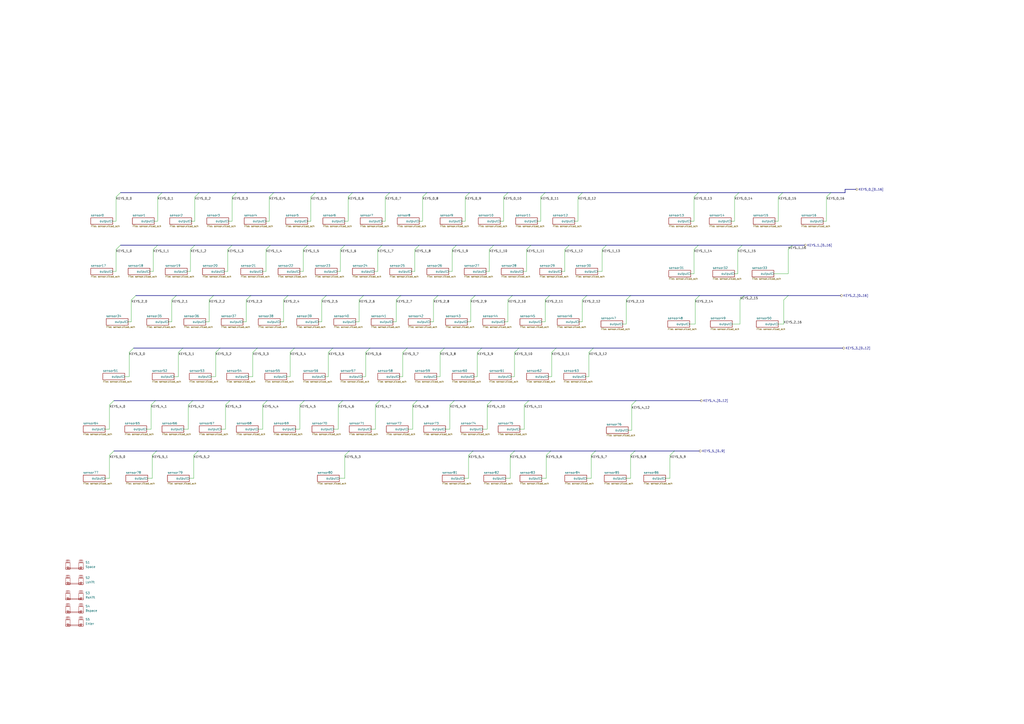
<source format=kicad_sch>
(kicad_sch (version 20231120) (generator "eeschema") (generator_version "8.0")
  (paper "A2")
  (lib_symbols
    (symbol "PCM_marbastlib-mx:MX_stab" (pin_names (offset 1.016))
      (property "Reference" "S" (at -5.08 6.35 0))
      (property "Value" "MX_stab" (at -5.08 3.81 0))
      (symbol "MX_stab_0_1"
        (rectangle (start -5.08 -1.524) (end -2.54 -2.54))
        (rectangle (start -5.08 1.27) (end -2.54 -2.54))
        (rectangle (start -4.826 2.794) (end -2.794 1.27))
        (rectangle (start -4.064 -2.286) (end -3.556 -1.016))
        (rectangle (start -4.064 -1.778) (end 4.064 -2.286))
        (rectangle (start -4.064 1.27) (end -3.556 2.794))
        (rectangle (start 2.54 -1.524) (end 5.08 -2.54))
        (rectangle (start 2.54 1.27) (end 5.08 -2.54))
        (rectangle (start 2.794 2.794) (end 4.826 1.27))
        (rectangle (start 3.556 1.27) (end 4.064 2.794))
        (rectangle (start 4.064 -2.286) (end 3.556 -1.016))
      )
    )
  )
  (bus_entry (at 91.44 114.3) (size 2.54 -2.54))
  (bus_entry (at 76.2 173.99) (size 2.54 -2.54))
  (bus_entry (at 239.395 234.95) (size 2.54 -2.54))
  (bus_entry (at 223.52 114.3) (size 2.54 -2.54))
  (bus_entry (at 273.05 173.99) (size 2.54 -2.54))
  (bus_entry (at 125.095 204.47) (size 2.54 -2.54))
  (bus_entry (at 146.685 204.47) (size 2.54 -2.54))
  (bus_entry (at 88.9 144.78) (size 2.54 -2.54))
  (bus_entry (at 402.59 144.78) (size 2.54 -2.54))
  (bus_entry (at 426.085 114.3) (size 2.54 -2.54))
  (bus_entry (at 103.505 204.47) (size 2.54 -2.54))
  (bus_entry (at 112.395 264.16) (size 2.54 -2.54))
  (bus_entry (at 282.575 234.95) (size 2.54 -2.54))
  (bus_entry (at 132.08 144.78) (size 2.54 -2.54))
  (bus_entry (at 292.1 114.3) (size 2.54 -2.54))
  (bus_entry (at 196.215 234.95) (size 2.54 -2.54))
  (bus_entry (at 67.31 144.78) (size 2.54 -2.54))
  (bus_entry (at 229.87 173.99) (size 2.54 -2.54))
  (bus_entry (at 152.4 234.95) (size 2.54 -2.54))
  (bus_entry (at 66.04 232.41) (size -2.54 2.54))
  (bus_entry (at 283.845 144.78) (size 2.54 -2.54))
  (bus_entry (at 99.695 173.99) (size 2.54 -2.54))
  (bus_entry (at 110.49 144.78) (size 2.54 -2.54))
  (bus_entry (at 130.81 234.95) (size 2.54 -2.54))
  (bus_entry (at 240.665 144.78) (size 2.54 -2.54))
  (bus_entry (at 335.28 114.3) (size 2.54 -2.54))
  (bus_entry (at 316.865 264.16) (size 2.54 -2.54))
  (bus_entry (at 451.485 114.3) (size 2.54 -2.54))
  (bus_entry (at 113.03 114.3) (size 2.54 -2.54))
  (bus_entry (at 74.93 204.47) (size 2.54 -2.54))
  (bus_entry (at 217.805 234.95) (size 2.54 -2.54))
  (bus_entry (at 457.2 171.45) (size -2.54 2.54))
  (bus_entry (at 363.22 173.99) (size 2.54 -2.54))
  (bus_entry (at 427.99 144.78) (size 2.54 -2.54))
  (bus_entry (at 304.165 234.95) (size 2.54 -2.54))
  (bus_entry (at 313.69 114.3) (size 2.54 -2.54))
  (bus_entry (at 479.425 114.3) (size 2.54 -2.54))
  (bus_entry (at 295.91 264.16) (size 2.54 -2.54))
  (bus_entry (at 260.985 234.95) (size 2.54 -2.54))
  (bus_entry (at 168.275 204.47) (size 2.54 -2.54))
  (bus_entry (at 349.25 144.78) (size 2.54 -2.54))
  (bus_entry (at 366.395 234.95) (size 2.54 -2.54))
  (bus_entry (at 327.66 144.78) (size 2.54 -2.54))
  (bus_entry (at 197.485 144.78) (size 2.54 -2.54))
  (bus_entry (at 251.46 173.99) (size 2.54 -2.54))
  (bus_entry (at 365.76 264.16) (size 2.54 -2.54))
  (bus_entry (at 320.04 204.47) (size 2.54 -2.54))
  (bus_entry (at 164.465 173.99) (size 2.54 -2.54))
  (bus_entry (at 180.34 114.3) (size 2.54 -2.54))
  (bus_entry (at 316.23 173.99) (size 2.54 -2.54))
  (bus_entry (at 402.59 114.3) (size 2.54 -2.54))
  (bus_entry (at 200.025 264.16) (size 2.54 -2.54))
  (bus_entry (at 342.9 264.16) (size 2.54 -2.54))
  (bus_entry (at 142.875 173.99) (size 2.54 -2.54))
  (bus_entry (at 156.21 114.3) (size 2.54 -2.54))
  (bus_entry (at 63.5 264.16) (size 2.54 -2.54))
  (bus_entry (at 88.265 264.16) (size 2.54 -2.54))
  (bus_entry (at 431.8 171.45) (size -2.54 2.54))
  (bus_entry (at 337.82 173.99) (size 2.54 -2.54))
  (bus_entry (at 208.28 173.99) (size 2.54 -2.54))
  (bus_entry (at 403.225 173.99) (size 2.54 -2.54))
  (bus_entry (at 201.93 114.3) (size 2.54 -2.54))
  (bus_entry (at 212.09 204.47) (size 2.54 -2.54))
  (bus_entry (at 67.31 114.3) (size 2.54 -2.54))
  (bus_entry (at 154.305 144.78) (size 2.54 -2.54))
  (bus_entry (at 255.27 204.47) (size 2.54 -2.54))
  (bus_entry (at 245.11 114.3) (size 2.54 -2.54))
  (bus_entry (at 294.64 173.99) (size 2.54 -2.54))
  (bus_entry (at 109.22 234.95) (size 2.54 -2.54))
  (bus_entry (at 298.45 204.47) (size 2.54 -2.54))
  (bus_entry (at 233.68 204.47) (size 2.54 -2.54))
  (bus_entry (at 175.895 144.78) (size 2.54 -2.54))
  (bus_entry (at 341.63 204.47) (size 2.54 -2.54))
  (bus_entry (at 269.875 114.3) (size 2.54 -2.54))
  (bus_entry (at 121.285 173.99) (size 2.54 -2.54))
  (bus_entry (at 276.86 204.47) (size 2.54 -2.54))
  (bus_entry (at 388.62 264.16) (size 2.54 -2.54))
  (bus_entry (at 87.63 234.95) (size 2.54 -2.54))
  (bus_entry (at 219.075 144.78) (size 2.54 -2.54))
  (bus_entry (at 305.435 144.78) (size 2.54 -2.54))
  (bus_entry (at 173.99 234.95) (size 2.54 -2.54))
  (bus_entry (at 134.62 114.3) (size 2.54 -2.54))
  (bus_entry (at 262.255 144.78) (size 2.54 -2.54))
  (bus_entry (at 190.5 204.47) (size 2.54 -2.54))
  (bus_entry (at 186.69 173.99) (size 2.54 -2.54))
  (bus_entry (at 271.78 264.16) (size 2.54 -2.54))
  (wire (pts (xy 125.095 218.44) (xy 125.095 204.47)))
  (wire (pts (xy 245.11 114.3) (xy 245.11 128.27)))
  (wire (pts (xy 132.715 128.27) (xy 134.62 128.27)))
  (wire (pts (xy 316.865 277.495) (xy 316.865 264.16)))
  (bus (pts (xy 391.16 261.62) (xy 368.3 261.62)))
  (bus (pts (xy 149.225 201.93) (xy 170.815 201.93)))
  (wire (pts (xy 426.085 158.75) (xy 427.99 158.75)))
  (wire (pts (xy 130.81 234.95) (xy 130.81 248.92)))
  (bus (pts (xy 241.935 232.41) (xy 263.525 232.41)))
  (wire (pts (xy 427.99 158.75) (xy 427.99 144.78)))
  (bus (pts (xy 210.82 171.45) (xy 232.41 171.45)))
  (bus (pts (xy 345.44 261.62) (xy 319.405 261.62)))
  (bus (pts (xy 319.405 261.62) (xy 298.45 261.62)))
  (wire (pts (xy 63.5 234.95) (xy 63.5 248.92)))
  (wire (pts (xy 229.87 186.69) (xy 229.87 173.99)))
  (bus (pts (xy 490.22 109.855) (xy 496.57 109.855)))
  (wire (pts (xy 108.585 157.48) (xy 110.49 157.48)))
  (bus (pts (xy 405.13 111.76) (xy 428.625 111.76)))
  (wire (pts (xy 112.395 277.495) (xy 112.395 264.16)))
  (bus (pts (xy 340.36 171.45) (xy 365.76 171.45)))
  (wire (pts (xy 426.085 114.3) (xy 426.085 128.27)))
  (wire (pts (xy 295.91 277.495) (xy 295.91 264.16)))
  (wire (pts (xy 99.695 186.69) (xy 99.695 173.99)))
  (bus (pts (xy 264.795 142.24) (xy 286.385 142.24)))
  (wire (pts (xy 119.38 186.69) (xy 121.285 186.69)))
  (bus (pts (xy 137.16 111.76) (xy 158.75 111.76)))
  (bus (pts (xy 405.13 142.24) (xy 430.53 142.24)))
  (bus (pts (xy 294.64 111.76) (xy 316.23 111.76)))
  (wire (pts (xy 240.665 157.48) (xy 240.665 144.78)))
  (wire (pts (xy 168.275 204.47) (xy 168.275 218.44)))
  (wire (pts (xy 262.255 144.78) (xy 262.255 157.48)))
  (wire (pts (xy 65.405 128.27) (xy 67.31 128.27)))
  (wire (pts (xy 221.615 128.27) (xy 223.52 128.27)))
  (bus (pts (xy 102.235 171.45) (xy 123.825 171.45)))
  (wire (pts (xy 236.855 248.92) (xy 239.395 248.92)))
  (bus (pts (xy 193.04 201.93) (xy 214.63 201.93)))
  (wire (pts (xy 318.135 218.44) (xy 320.04 218.44)))
  (wire (pts (xy 67.31 157.48) (xy 67.31 144.78)))
  (wire (pts (xy 400.05 187.96) (xy 403.225 187.96)))
  (bus (pts (xy 247.65 111.76) (xy 272.415 111.76)))
  (bus (pts (xy 297.18 171.45) (xy 318.77 171.45)))
  (bus (pts (xy 127.635 201.93) (xy 149.225 201.93)))
  (wire (pts (xy 196.215 234.95) (xy 196.215 248.92)))
  (wire (pts (xy 316.23 186.69) (xy 316.23 173.99)))
  (bus (pts (xy 279.4 201.93) (xy 300.99 201.93)))
  (wire (pts (xy 251.46 173.99) (xy 251.46 186.69)))
  (wire (pts (xy 219.075 157.48) (xy 219.075 144.78)))
  (bus (pts (xy 69.85 142.24) (xy 91.44 142.24)))
  (wire (pts (xy 363.22 277.495) (xy 365.76 277.495)))
  (wire (pts (xy 88.9 157.48) (xy 88.9 144.78)))
  (wire (pts (xy 128.27 248.92) (xy 130.81 248.92)))
  (wire (pts (xy 281.94 157.48) (xy 283.845 157.48)))
  (wire (pts (xy 327.66 144.78) (xy 327.66 157.48)))
  (wire (pts (xy 298.45 204.47) (xy 298.45 218.44)))
  (wire (pts (xy 200.025 128.27) (xy 201.93 128.27)))
  (bus (pts (xy 106.045 201.93) (xy 127.635 201.93)))
  (wire (pts (xy 449.58 128.27) (xy 451.485 128.27)))
  (bus (pts (xy 490.22 109.855) (xy 490.22 111.76)))
  (bus (pts (xy 78.74 171.45) (xy 102.235 171.45)))
  (wire (pts (xy 363.22 187.96) (xy 363.22 173.99)))
  (bus (pts (xy 272.415 111.76) (xy 294.64 111.76)))
  (bus (pts (xy 91.44 142.24) (xy 113.03 142.24)))
  (wire (pts (xy 142.875 186.69) (xy 142.875 173.99)))
  (wire (pts (xy 303.53 157.48) (xy 305.435 157.48)))
  (bus (pts (xy 306.705 232.41) (xy 368.935 232.41)))
  (wire (pts (xy 184.785 186.69) (xy 186.69 186.69)))
  (wire (pts (xy 253.365 218.44) (xy 255.27 218.44)))
  (bus (pts (xy 90.805 261.62) (xy 66.04 261.62)))
  (bus (pts (xy 316.23 111.76) (xy 337.82 111.76)))
  (wire (pts (xy 121.285 186.69) (xy 121.285 173.99)))
  (wire (pts (xy 113.03 114.3) (xy 113.03 128.27)))
  (wire (pts (xy 67.31 128.27) (xy 67.31 114.3)))
  (wire (pts (xy 200.025 277.495) (xy 200.025 264.16)))
  (wire (pts (xy 454.66 187.96) (xy 451.485 187.96)))
  (wire (pts (xy 152.4 234.95) (xy 152.4 248.92)))
  (wire (pts (xy 162.56 186.69) (xy 164.465 186.69)))
  (wire (pts (xy 271.145 186.69) (xy 273.05 186.69)))
  (bus (pts (xy 232.41 171.45) (xy 254 171.45)))
  (wire (pts (xy 365.76 264.16) (xy 365.76 277.495)))
  (wire (pts (xy 292.1 114.3) (xy 292.1 128.27)))
  (bus (pts (xy 481.965 111.76) (xy 454.025 111.76)))
  (bus (pts (xy 176.53 232.41) (xy 198.755 232.41)))
  (wire (pts (xy 402.59 114.3) (xy 402.59 128.27)))
  (wire (pts (xy 201.93 114.3) (xy 201.93 128.27)))
  (bus (pts (xy 430.53 142.24) (xy 466.725 142.24)))
  (wire (pts (xy 227.965 186.69) (xy 229.87 186.69)))
  (wire (pts (xy 173.99 157.48) (xy 175.895 157.48)))
  (wire (pts (xy 269.24 277.495) (xy 271.78 277.495)))
  (wire (pts (xy 361.315 187.96) (xy 363.22 187.96)))
  (wire (pts (xy 239.395 234.95) (xy 239.395 248.92)))
  (wire (pts (xy 457.2 144.78) (xy 457.2 158.75)))
  (bus (pts (xy 178.435 142.24) (xy 200.025 142.24)))
  (bus (pts (xy 365.76 171.45) (xy 405.765 171.45)))
  (wire (pts (xy 109.855 277.495) (xy 112.395 277.495)))
  (wire (pts (xy 186.69 186.69) (xy 186.69 173.99)))
  (wire (pts (xy 342.9 264.16) (xy 342.9 277.495)))
  (bus (pts (xy 115.57 111.76) (xy 137.16 111.76)))
  (wire (pts (xy 76.2 186.69) (xy 76.2 173.99)))
  (bus (pts (xy 405.765 171.45) (xy 431.8 171.45)))
  (bus (pts (xy 133.35 232.41) (xy 154.94 232.41)))
  (bus (pts (xy 90.17 232.41) (xy 111.76 232.41)))
  (wire (pts (xy 180.34 114.3) (xy 180.34 128.27)))
  (wire (pts (xy 311.785 128.27) (xy 313.69 128.27)))
  (bus (pts (xy 200.025 142.24) (xy 221.615 142.24)))
  (wire (pts (xy 88.265 277.495) (xy 88.265 264.16)))
  (bus (pts (xy 236.22 201.93) (xy 257.81 201.93)))
  (bus (pts (xy 111.76 232.41) (xy 133.35 232.41)))
  (wire (pts (xy 196.85 277.495) (xy 200.025 277.495)))
  (bus (pts (xy 318.77 171.45) (xy 340.36 171.45)))
  (wire (pts (xy 457.2 144.78) (xy 459.74 142.24)))
  (bus (pts (xy 170.815 201.93) (xy 193.04 201.93)))
  (bus (pts (xy 274.32 261.62) (xy 202.565 261.62)))
  (wire (pts (xy 364.49 249.555) (xy 366.395 249.555)))
  (wire (pts (xy 171.45 248.92) (xy 173.99 248.92)))
  (wire (pts (xy 86.995 157.48) (xy 88.9 157.48)))
  (wire (pts (xy 97.79 186.69) (xy 99.695 186.69)))
  (wire (pts (xy 149.86 248.92) (xy 152.4 248.92)))
  (wire (pts (xy 346.71 157.48) (xy 349.25 157.48)))
  (wire (pts (xy 74.295 186.69) (xy 76.2 186.69)))
  (wire (pts (xy 87.63 234.95) (xy 87.63 248.92)))
  (wire (pts (xy 72.39 218.44) (xy 74.93 218.44)))
  (wire (pts (xy 130.175 157.48) (xy 132.08 157.48)))
  (wire (pts (xy 65.405 157.48) (xy 67.31 157.48)))
  (bus (pts (xy 405.765 261.62) (xy 391.16 261.62)))
  (wire (pts (xy 233.68 204.47) (xy 233.68 218.44)))
  (wire (pts (xy 388.62 277.495) (xy 388.62 264.16)))
  (wire (pts (xy 260.35 157.48) (xy 262.255 157.48)))
  (bus (pts (xy 243.205 142.24) (xy 264.795 142.24)))
  (wire (pts (xy 212.09 218.44) (xy 212.09 204.47)))
  (bus (pts (xy 298.45 261.62) (xy 274.32 261.62)))
  (wire (pts (xy 451.485 114.3) (xy 451.485 128.27)))
  (bus (pts (xy 431.8 171.45) (xy 457.2 171.45)))
  (bus (pts (xy 93.98 111.76) (xy 115.57 111.76)))
  (wire (pts (xy 424.18 128.27) (xy 426.085 128.27)))
  (bus (pts (xy 202.565 261.62) (xy 114.935 261.62)))
  (wire (pts (xy 238.76 157.48) (xy 240.665 157.48)))
  (bus (pts (xy 337.82 111.76) (xy 405.13 111.76)))
  (bus (pts (xy 254 171.45) (xy 275.59 171.45)))
  (wire (pts (xy 280.035 248.92) (xy 282.575 248.92)))
  (bus (pts (xy 145.415 171.45) (xy 167.005 171.45)))
  (wire (pts (xy 271.78 277.495) (xy 271.78 264.16)))
  (wire (pts (xy 402.59 158.75) (xy 402.59 144.78)))
  (bus (pts (xy 154.94 232.41) (xy 176.53 232.41)))
  (wire (pts (xy 217.17 157.48) (xy 219.075 157.48)))
  (wire (pts (xy 100.965 218.44) (xy 103.505 218.44)))
  (wire (pts (xy 85.725 277.495) (xy 88.265 277.495)))
  (wire (pts (xy 206.375 186.69) (xy 208.28 186.69)))
  (bus (pts (xy 167.005 171.45) (xy 189.23 171.45)))
  (wire (pts (xy 210.185 218.44) (xy 212.09 218.44)))
  (wire (pts (xy 333.375 128.27) (xy 335.28 128.27)))
  (wire (pts (xy 249.555 186.69) (xy 251.46 186.69)))
  (bus (pts (xy 226.06 111.76) (xy 247.65 111.76)))
  (wire (pts (xy 190.5 218.44) (xy 190.5 204.47)))
  (wire (pts (xy 164.465 186.69) (xy 164.465 173.99)))
  (wire (pts (xy 274.955 218.44) (xy 276.86 218.44)))
  (wire (pts (xy 152.4 157.48) (xy 154.305 157.48)))
  (wire (pts (xy 255.27 204.47) (xy 255.27 218.44)))
  (wire (pts (xy 282.575 248.92) (xy 282.575 234.95)))
  (bus (pts (xy 158.75 111.76) (xy 182.88 111.76)))
  (wire (pts (xy 267.97 128.27) (xy 269.875 128.27)))
  (bus (pts (xy 368.935 232.41) (xy 406.4 232.41)))
  (wire (pts (xy 477.52 128.27) (xy 479.425 128.27)))
  (bus (pts (xy 189.23 171.45) (xy 210.82 171.45)))
  (wire (pts (xy 258.445 248.92) (xy 260.985 248.92)))
  (wire (pts (xy 243.205 128.27) (xy 245.11 128.27)))
  (wire (pts (xy 341.63 204.47) (xy 341.63 218.44)))
  (wire (pts (xy 448.945 158.75) (xy 457.2 158.75)))
  (wire (pts (xy 335.915 186.69) (xy 337.82 186.69)))
  (wire (pts (xy 111.125 128.27) (xy 113.03 128.27)))
  (wire (pts (xy 156.21 114.3) (xy 156.21 128.27)))
  (wire (pts (xy 208.28 186.69) (xy 208.28 173.99)))
  (bus (pts (xy 368.3 261.62) (xy 345.44 261.62)))
  (wire (pts (xy 320.04 218.44) (xy 320.04 204.47)))
  (bus (pts (xy 300.99 201.93) (xy 322.58 201.93)))
  (wire (pts (xy 314.325 186.69) (xy 316.23 186.69)))
  (wire (pts (xy 340.36 277.495) (xy 342.9 277.495)))
  (wire (pts (xy 178.435 128.27) (xy 180.34 128.27)))
  (wire (pts (xy 195.58 157.48) (xy 197.485 157.48)))
  (wire (pts (xy 292.735 186.69) (xy 294.64 186.69)))
  (bus (pts (xy 204.47 111.76) (xy 226.06 111.76)))
  (bus (pts (xy 77.47 201.93) (xy 106.045 201.93)))
  (bus (pts (xy 182.88 111.76) (xy 204.47 111.76)))
  (bus (pts (xy 156.845 142.24) (xy 178.435 142.24)))
  (wire (pts (xy 217.805 234.95) (xy 217.805 248.92)))
  (bus (pts (xy 198.755 232.41) (xy 220.345 232.41)))
  (wire (pts (xy 386.08 277.495) (xy 388.62 277.495)))
  (bus (pts (xy 221.615 142.24) (xy 243.205 142.24)))
  (wire (pts (xy 314.325 277.495) (xy 316.865 277.495)))
  (wire (pts (xy 60.96 277.495) (xy 63.5 277.495)))
  (wire (pts (xy 335.28 114.3) (xy 335.28 128.27)))
  (bus (pts (xy 490.22 111.76) (xy 481.965 111.76)))
  (wire (pts (xy 74.93 204.47) (xy 74.93 218.44)))
  (bus (pts (xy 275.59 171.45) (xy 297.18 171.45)))
  (wire (pts (xy 366.395 249.555) (xy 366.395 234.95)))
  (bus (pts (xy 330.2 142.24) (xy 351.79 142.24)))
  (bus (pts (xy 123.825 171.45) (xy 145.415 171.45)))
  (bus (pts (xy 351.79 142.24) (xy 405.13 142.24)))
  (bus (pts (xy 113.03 142.24) (xy 134.62 142.24)))
  (bus (pts (xy 344.17 201.93) (xy 488.95 201.93)))
  (wire (pts (xy 304.165 234.95) (xy 304.165 248.92)))
  (wire (pts (xy 89.535 128.27) (xy 91.44 128.27)))
  (wire (pts (xy 110.49 144.78) (xy 110.49 157.48)))
  (wire (pts (xy 429.26 187.96) (xy 424.815 187.96)))
  (wire (pts (xy 134.62 114.3) (xy 134.62 128.27)))
  (wire (pts (xy 325.755 157.48) (xy 327.66 157.48)))
  (bus (pts (xy 257.81 201.93) (xy 279.4 201.93)))
  (wire (pts (xy 400.685 128.27) (xy 402.59 128.27)))
  (wire (pts (xy 122.555 218.44) (xy 125.095 218.44)))
  (wire (pts (xy 276.86 218.44) (xy 276.86 204.47)))
  (bus (pts (xy 263.525 232.41) (xy 285.115 232.41)))
  (bus (pts (xy 220.345 232.41) (xy 241.935 232.41)))
  (wire (pts (xy 223.52 114.3) (xy 223.52 128.27)))
  (wire (pts (xy 146.685 204.47) (xy 146.685 218.44)))
  (wire (pts (xy 193.675 248.92) (xy 196.215 248.92)))
  (wire (pts (xy 85.09 248.92) (xy 87.63 248.92)))
  (bus (pts (xy 286.385 142.24) (xy 307.975 142.24)))
  (wire (pts (xy 403.225 173.99) (xy 403.225 187.96)))
  (bus (pts (xy 285.115 232.41) (xy 306.705 232.41)))
  (wire (pts (xy 349.25 144.78) (xy 349.25 157.48)))
  (bus (pts (xy 134.62 142.24) (xy 156.845 142.24)))
  (wire (pts (xy 154.305 128.27) (xy 156.21 128.27)))
  (wire (pts (xy 109.22 234.95) (xy 109.22 248.92)))
  (wire (pts (xy 215.265 248.92) (xy 217.805 248.92)))
  (bus (pts (xy 69.85 111.76) (xy 93.98 111.76)))
  (wire (pts (xy 479.425 114.3) (xy 479.425 128.27)))
  (wire (pts (xy 91.44 114.3) (xy 91.44 128.27)))
  (wire (pts (xy 429.26 173.99) (xy 429.26 187.96)))
  (wire (pts (xy 231.775 218.44) (xy 233.68 218.44)))
  (wire (pts (xy 305.435 144.78) (xy 305.435 157.48)))
  (wire (pts (xy 140.97 186.69) (xy 142.875 186.69)))
  (wire (pts (xy 132.08 157.48) (xy 132.08 144.78)))
  (wire (pts (xy 400.685 158.75) (xy 402.59 158.75)))
  (wire (pts (xy 339.725 218.44) (xy 341.63 218.44)))
  (wire (pts (xy 283.845 144.78) (xy 283.845 157.48)))
  (wire (pts (xy 144.145 218.44) (xy 146.685 218.44)))
  (wire (pts (xy 154.305 157.48) (xy 154.305 144.78)))
  (bus (pts (xy 114.935 261.62) (xy 90.805 261.62)))
  (wire (pts (xy 454.66 173.99) (xy 454.66 187.96)))
  (wire (pts (xy 63.5 277.495) (xy 63.5 264.16)))
  (wire (pts (xy 173.99 234.95) (xy 173.99 248.92)))
  (bus (pts (xy 214.63 201.93) (xy 236.22 201.93)))
  (wire (pts (xy 166.37 218.44) (xy 168.275 218.44)))
  (wire (pts (xy 269.875 114.3) (xy 269.875 128.27)))
  (wire (pts (xy 313.69 114.3) (xy 313.69 128.27)))
  (wire (pts (xy 60.96 248.92) (xy 63.5 248.92)))
  (wire (pts (xy 296.545 218.44) (xy 298.45 218.44)))
  (wire (pts (xy 260.985 234.95) (xy 260.985 248.92)))
  (bus (pts (xy 322.58 201.93) (xy 344.17 201.93)))
  (wire (pts (xy 103.505 218.44) (xy 103.505 204.47)))
  (bus (pts (xy 454.025 111.76) (xy 428.625 111.76)))
  (wire (pts (xy 301.625 248.92) (xy 304.165 248.92)))
  (wire (pts (xy 197.485 157.48) (xy 197.485 144.78)))
  (bus (pts (xy 66.04 232.41) (xy 90.17 232.41)))
  (wire (pts (xy 290.195 128.27) (xy 292.1 128.27)))
  (wire (pts (xy 337.82 186.69) (xy 337.82 173.99)))
  (wire (pts (xy 106.68 248.92) (xy 109.22 248.92)))
  (wire (pts (xy 175.895 157.48) (xy 175.895 144.78)))
  (bus (pts (xy 307.975 142.24) (xy 330.2 142.24)))
  (wire (pts (xy 294.64 186.69) (xy 294.64 173.99)))
  (wire (pts (xy 188.595 218.44) (xy 190.5 218.44)))
  (bus (pts (xy 457.2 171.45) (xy 487.68 171.45)))
  (wire (pts (xy 293.37 277.495) (xy 295.91 277.495)))
  (wire (pts (xy 273.05 186.69) (xy 273.05 173.99)))
  (label "KEYS_4_7" (at 217.805 236.855 0))
  (label "KEYS_3_2" (at 125.095 206.375 0))
  (label "KEYS_5_1" (at 88.265 266.065 0))
  (label "KEYS_2_15" (at 429.26 173.99 0))
  (label "KEYS_0_0" (at 67.31 116.205 0))
  (label "KEYS_0_5" (at 180.34 116.205 0))
  (label "KEYS_0_6" (at 201.93 116.205 0))
  (label "KEYS_3_0" (at 74.93 206.375 0))
  (label "KEYS_1_0" (at 67.31 146.685 0))
  (label "KEYS_3_8" (at 255.27 206.375 0))
  (label "KEYS_0_14" (at 426.085 116.205 0))
  (label "KEYS_5_5" (at 295.91 266.065 0))
  (label "KEYS_4_1" (at 87.63 236.855 0))
  (label "KEYS_5_9" (at 388.62 266.065 0))
  (label "KEYS_4_6" (at 196.215 236.855 0))
  (label "KEYS_1_15" (at 427.99 146.685 0))
  (label "KEYS_2_4" (at 164.465 175.895 0))
  (label "KEYS_1_12" (at 327.66 146.685 0))
  (label "KEYS_5_8" (at 365.76 266.065 0))
  (label "KEYS_3_11" (at 320.04 206.375 0))
  (label "KEYS_1_13" (at 349.25 146.685 0))
  (label "KEYS_0_15" (at 451.485 116.205 0))
  (label "KEYS_0_11" (at 313.69 116.205 0))
  (label "KEYS_2_10" (at 294.64 175.895 0))
  (label "KEYS_5_2" (at 112.395 266.065 0))
  (label "KEYS_3_1" (at 103.505 206.375 0))
  (label "KEYS_3_10" (at 298.45 206.375 0))
  (label "KEYS_4_11" (at 304.165 236.855 0))
  (label "KEYS_0_2" (at 113.03 116.205 0))
  (label "KEYS_1_16" (at 457.2 144.78 0))
  (label "KEYS_1_11" (at 305.435 146.685 0))
  (label "KEYS_2_6" (at 208.28 175.895 0))
  (label "KEYS_1_14" (at 402.59 146.685 0))
  (label "KEYS_3_7" (at 233.68 206.375 0))
  (label "KEYS_1_2" (at 110.49 146.685 0))
  (label "KEYS_5_3" (at 200.025 266.065 0))
  (label "KEYS_1_3" (at 132.08 146.685 0))
  (label "KEYS_1_9" (at 262.255 146.685 0))
  (label "KEYS_3_12" (at 341.63 206.375 0))
  (label "KEYS_0_9" (at 269.875 116.205 0))
  (label "KEYS_3_9" (at 276.86 206.375 0))
  (label "KEYS_0_4" (at 156.21 116.205 0))
  (label "KEYS_2_8" (at 251.46 175.895 0))
  (label "KEYS_1_1" (at 88.9 146.685 0))
  (label "KEYS_2_3" (at 142.875 175.895 0))
  (label "KEYS_0_16" (at 479.425 116.205 0))
  (label "KEYS_2_9" (at 273.05 175.895 0))
  (label "KEYS_2_0" (at 76.2 175.895 0))
  (label "KEYS_0_13" (at 402.59 116.205 0))
  (label "KEYS_4_4" (at 152.4 236.855 0))
  (label "KEYS_1_5" (at 175.895 146.685 0))
  (label "KEYS_0_7" (at 223.52 116.205 0))
  (label "KEYS_1_10" (at 283.845 146.685 0))
  (label "KEYS_3_6" (at 212.09 206.375 0))
  (label "KEYS_4_2" (at 109.22 236.855 0))
  (label "KEYS_5_7" (at 342.9 266.065 0))
  (label "KEYS_0_1" (at 91.44 116.205 0))
  (label "KEYS_4_5" (at 173.99 236.855 0))
  (label "KEYS_4_12" (at 366.395 237.49 0))
  (label "KEYS_4_8" (at 239.395 236.855 0))
  (label "KEYS_1_4" (at 154.305 146.685 0))
  (label "KEYS_1_6" (at 197.485 146.685 0))
  (label "KEYS_2_14" (at 403.225 175.895 0))
  (label "KEYS_4_0" (at 63.5 236.855 0))
  (label "KEYS_2_7" (at 229.87 175.895 0))
  (label "KEYS_2_1" (at 99.695 175.895 0))
  (label "KEYS_0_3" (at 134.62 116.205 0))
  (label "KEYS_0_8" (at 245.11 116.205 0))
  (label "KEYS_0_12" (at 335.28 116.205 0))
  (label "KEYS_1_7" (at 219.075 146.685 0))
  (label "KEYS_5_0" (at 63.5 266.065 0))
  (label "KEYS_3_5" (at 190.5 206.375 0))
  (label "KEYS_3_4" (at 168.275 206.375 0))
  (label "KEYS_4_9" (at 260.985 236.855 0))
  (label "KEYS_5_6" (at 316.865 266.065 0))
  (label "KEYS_0_10" (at 292.1 116.205 0))
  (label "KEYS_4_10" (at 282.575 236.855 0))
  (label "KEYS_2_12" (at 337.82 175.895 0))
  (label "KEYS_5_4" (at 271.78 266.065 0))
  (label "KEYS_2_11" (at 316.23 175.895 0))
  (label "KEYS_2_16" (at 454.66 187.96 0))
  (label "KEYS_1_8" (at 240.665 146.685 0))
  (label "KEYS_2_2" (at 121.285 175.895 0))
  (label "KEYS_2_5" (at 186.69 175.895 0))
  (label "KEYS_4_3" (at 130.81 236.855 0))
  (label "KEYS_3_3" (at 146.685 206.375 0))
  (label "KEYS_2_13" (at 363.22 175.895 0))
  (hierarchical_label "KEYS_0_[0..16]" (shape output) (at 496.57 109.855 0))
  (hierarchical_label "KEYS_5_[0..9]" (shape output) (at 405.765 261.62 0))
  (hierarchical_label "KEYS_2_[0..16]" (shape output) (at 487.68 171.45 0))
  (hierarchical_label "KEYS_1_[0..16]" (shape output) (at 466.725 142.24 0))
  (hierarchical_label "KEYS_3_[0..12]" (shape output) (at 488.95 201.93 0))
  (hierarchical_label "KEYS_4_[0..12]" (shape output) (at 406.4 232.41 0))
  (symbol (lib_id "PCM_marbastlib-mx:MX_stab") (at 43.18 353.06 0) (unit 1)
    (property "Reference" "S4" (at 49.53 351.6629 0) (effects (justify left)))
    (property "Value" "Bspace" (at 49.53 354.2029 0) (effects (justify left)))
    (property "Footprint" "PCM_marbastlib-mx:STAB_MX_2.25u" (effects (hide yes)))
    (property "Description" "Cherry MX-style stabilizer" (effects (hide yes)))
  )
  (symbol (lib_id "PCM_marbastlib-mx:MX_stab") (at 43.18 336.55 0) (unit 1)
    (property "Reference" "S2" (at 49.53 335.1529 0) (effects (justify left)))
    (property "Value" "Lshift" (at 49.53 337.6929 0) (effects (justify left)))
    (property "Footprint" "PCM_marbastlib-mx:STAB_MX_2.25u" (effects (hide yes)))
    (property "Description" "Cherry MX-style stabilizer" (effects (hide yes)))
  )
  (symbol (lib_id "PCM_marbastlib-mx:MX_stab") (at 43.18 345.44 0) (unit 1)
    (property "Reference" "S3" (at 49.53 344.0429 0) (effects (justify left)))
    (property "Value" "Rshift" (at 49.53 346.5829 0) (effects (justify left)))
    (property "Footprint" "PCM_marbastlib-mx:STAB_MX_2.75u" (effects (hide yes)))
    (property "Description" "Cherry MX-style stabilizer" (effects (hide yes)))
  )
  (symbol (lib_id "PCM_marbastlib-mx:MX_stab") (at 43.18 360.68 0) (unit 1)
    (property "Reference" "S5" (at 49.53 359.2829 0) (effects (justify left)))
    (property "Value" "Enter" (at 49.53 361.8229 0) (effects (justify left)))
    (property "Footprint" "PCM_marbastlib-mx:STAB_MX_2.25u" (effects (hide yes)))
    (property "Description" "Cherry MX-style stabilizer" (effects (hide yes)))
  )
  (symbol (lib_id "PCM_marbastlib-mx:MX_stab") (at 43.18 327.66 0) (unit 1)
    (property "Reference" "S1" (at 49.53 326.2629 0) (effects (justify left)))
    (property "Value" "Space" (at 49.53 328.8029 0) (effects (justify left)))
    (property "Footprint" "PCM_marbastlib-mx:STAB_MX_7u" (effects (hide yes)))
    (property "Description" "Cherry MX-style stabilizer" (effects (hide yes)))
  )
  (sheet (at 193.675 184.785) (size 12.7 3.81) (stroke (width 0.1524))
    (property "Sheetname" "sensor40" (at 193.675 184.0734 0) (effects (justify left bottom)))
    (property "Sheetfile" "sensor.kicad_sch" (at 193.675 189.0716 0) (effects (font (size 1 1)) (justify left top)))
    (pin "output" output (at 206.375 186.69 0))
  )
  (sheet (at 351.79 247.65) (size 12.7 3.81) (stroke (width 0.1524))
    (property "Sheetname" "sensor76" (at 351.79 246.9384 0) (effects (justify left bottom)))
    (property "Sheetfile" "sensor.kicad_sch" (at 351.79 251.9366 0) (effects (font (size 1 1)) (justify left top)))
    (pin "output" output (at 364.49 249.555 0))
  )
  (sheet (at 109.855 216.535) (size 12.7 3.81) (stroke (width 0.1524))
    (property "Sheetname" "sensor53" (at 109.855 215.8234 0) (effects (justify left bottom)))
    (property "Sheetfile" "sensor.kicad_sch" (at 109.855 220.8216 0) (effects (font (size 1 1)) (justify left top)))
    (pin "output" output (at 122.555 218.44 0))
  )
  (sheet (at 208.915 126.365) (size 12.7 3.81) (stroke (width 0.1524))
    (property "Sheetname" "sensor7" (at 208.915 125.6534 0) (effects (justify left bottom)))
    (property "Sheetfile" "sensor.kicad_sch" (at 208.915 130.6516 0) (effects (font (size 1 1)) (justify left top)))
    (pin "output" output (at 221.615 128.27 0))
  )
  (sheet (at 74.295 155.575) (size 12.7 3.81) (stroke (width 0.1524))
    (property "Sheetname" "sensor18" (at 74.295 154.8634 0) (effects (justify left bottom)))
    (property "Sheetfile" "sensor.kicad_sch" (at 74.295 159.8616 0) (effects (font (size 1 1)) (justify left top)))
    (pin "output" output (at 86.995 157.48 0))
  )
  (sheet (at 327.66 275.59) (size 12.7 3.81) (stroke (width 0.1524))
    (property "Sheetname" "sensor84" (at 327.66 274.8784 0) (effects (justify left bottom)))
    (property "Sheetfile" "sensor.kicad_sch" (at 327.66 279.8766 0) (effects (font (size 1 1)) (justify left top)))
    (pin "output" output (at 340.36 277.495 0))
  )
  (sheet (at 327.025 216.535) (size 12.7 3.81) (stroke (width 0.1524))
    (property "Sheetname" "sensor63" (at 327.025 215.8234 0) (effects (justify left bottom)))
    (property "Sheetfile" "sensor.kicad_sch" (at 327.025 220.8216 0) (effects (font (size 1 1)) (justify left top)))
    (pin "output" output (at 339.725 218.44 0))
  )
  (sheet (at 387.985 126.365) (size 12.7 3.81) (stroke (width 0.1524))
    (property "Sheetname" "sensor13" (at 387.985 125.6534 0) (effects (justify left bottom)))
    (property "Sheetfile" "sensor.kicad_sch" (at 387.985 130.6516 0) (effects (font (size 1 1)) (justify left top)))
    (pin "output" output (at 400.685 128.27 0))
  )
  (sheet (at 277.495 126.365) (size 12.7 3.81) (stroke (width 0.1524))
    (property "Sheetname" "sensor10" (at 277.495 125.6534 0) (effects (justify left bottom)))
    (property "Sheetfile" "sensor.kicad_sch" (at 277.495 130.6516 0) (effects (font (size 1 1)) (justify left top)))
    (pin "output" output (at 290.195 128.27 0))
  )
  (sheet (at 202.565 247.015) (size 12.7 3.81) (stroke (width 0.1524))
    (property "Sheetname" "sensor71" (at 202.565 246.3034 0) (effects (justify left bottom)))
    (property "Sheetfile" "sensor.kicad_sch" (at 202.565 251.3016 0) (effects (font (size 1 1)) (justify left top)))
    (pin "output" output (at 215.265 248.92 0))
  )
  (sheet (at 48.26 247.015) (size 12.7 3.81) (stroke (width 0.1524))
    (property "Sheetname" "sensor64" (at 48.26 246.3034 0) (effects (justify left bottom)))
    (property "Sheetfile" "sensor.kicad_sch" (at 48.26 251.3016 0) (effects (font (size 1 1)) (justify left top)))
    (pin "output" output (at 60.96 248.92 0))
  )
  (sheet (at 72.39 247.015) (size 12.7 3.81) (stroke (width 0.1524))
    (property "Sheetname" "sensor65" (at 72.39 246.3034 0) (effects (justify left bottom)))
    (property "Sheetfile" "sensor.kicad_sch" (at 72.39 251.3016 0) (effects (font (size 1 1)) (justify left top)))
    (pin "output" output (at 85.09 248.92 0))
  )
  (sheet (at 224.155 247.015) (size 12.7 3.81) (stroke (width 0.1524))
    (property "Sheetname" "sensor72" (at 224.155 246.3034 0) (effects (justify left bottom)))
    (property "Sheetfile" "sensor.kicad_sch" (at 224.155 251.3016 0) (effects (font (size 1 1)) (justify left top)))
    (pin "output" output (at 236.855 248.92 0))
  )
  (sheet (at 141.605 126.365) (size 12.7 3.81) (stroke (width 0.1524))
    (property "Sheetname" "sensor4" (at 141.605 125.6534 0) (effects (justify left bottom)))
    (property "Sheetfile" "sensor.kicad_sch" (at 141.605 130.6516 0) (effects (font (size 1 1)) (justify left top)))
    (pin "output" output (at 154.305 128.27 0))
  )
  (sheet (at 413.385 156.845) (size 12.7 3.81) (stroke (width 0.1524))
    (property "Sheetname" "sensor32" (at 413.385 156.1334 0) (effects (justify left bottom)))
    (property "Sheetfile" "sensor.kicad_sch" (at 413.385 161.1316 0) (effects (font (size 1 1)) (justify left top)))
    (pin "output" output (at 426.085 158.75 0))
  )
  (sheet (at 348.615 186.055) (size 12.7 3.81) (stroke (width 0.1524))
    (property "Sheetname" "sensor47" (at 348.615 185.3434 0) (effects (justify left bottom)))
    (property "Sheetfile" "sensor.kicad_sch" (at 348.615 190.3416 0) (effects (font (size 1 1)) (justify left top)))
    (pin "output" output (at 361.315 187.96 0))
  )
  (sheet (at 288.925 247.015) (size 12.7 3.81) (stroke (width 0.1524))
    (property "Sheetname" "sensor75" (at 288.925 246.3034 0) (effects (justify left bottom)))
    (property "Sheetfile" "sensor.kicad_sch" (at 288.925 251.3016 0) (effects (font (size 1 1)) (justify left top)))
    (pin "output" output (at 301.625 248.92 0))
  )
  (sheet (at 215.265 184.785) (size 12.7 3.81) (stroke (width 0.1524))
    (property "Sheetname" "sensor41" (at 215.265 184.0734 0) (effects (justify left bottom)))
    (property "Sheetfile" "sensor.kicad_sch" (at 215.265 189.0716 0) (effects (font (size 1 1)) (justify left top)))
    (pin "output" output (at 227.965 186.69 0))
  )
  (sheet (at 269.24 155.575) (size 12.7 3.81) (stroke (width 0.1524))
    (property "Sheetname" "sensor27" (at 269.24 154.8634 0) (effects (justify left bottom)))
    (property "Sheetfile" "sensor.kicad_sch" (at 269.24 159.8616 0) (effects (font (size 1 1)) (justify left top)))
    (pin "output" output (at 281.94 157.48 0))
  )
  (sheet (at 61.595 184.785) (size 12.7 3.81) (stroke (width 0.1524))
    (property "Sheetname" "sensor34" (at 61.595 184.0734 0) (effects (justify left bottom)))
    (property "Sheetfile" "sensor.kicad_sch" (at 61.595 189.0716 0) (effects (font (size 1 1)) (justify left top)))
    (pin "output" output (at 74.295 186.69 0))
  )
  (sheet (at 256.54 275.59) (size 12.7 3.81) (stroke (width 0.1524))
    (property "Sheetname" "sensor81" (at 256.54 274.8784 0) (effects (justify left bottom)))
    (property "Sheetfile" "sensor.kicad_sch" (at 256.54 279.8766 0) (effects (font (size 1 1)) (justify left top)))
    (pin "output" output (at 269.24 277.495 0))
  )
  (sheet (at 280.67 275.59) (size 12.7 3.81) (stroke (width 0.1524))
    (property "Sheetname" "sensor82" (at 280.67 274.8784 0) (effects (justify left bottom)))
    (property "Sheetfile" "sensor.kicad_sch" (at 280.67 279.8766 0) (effects (font (size 1 1)) (justify left top)))
    (pin "output" output (at 293.37 277.495 0))
  )
  (sheet (at 149.86 184.785) (size 12.7 3.81) (stroke (width 0.1524))
    (property "Sheetname" "sensor38" (at 149.86 184.0734 0) (effects (justify left bottom)))
    (property "Sheetfile" "sensor.kicad_sch" (at 149.86 189.0716 0) (effects (font (size 1 1)) (justify left top)))
    (pin "output" output (at 162.56 186.69 0))
  )
  (sheet (at 137.16 247.015) (size 12.7 3.81) (stroke (width 0.1524))
    (property "Sheetname" "sensor68" (at 137.16 246.3034 0) (effects (justify left bottom)))
    (property "Sheetfile" "sensor.kicad_sch" (at 137.16 251.3016 0) (effects (font (size 1 1)) (justify left top)))
    (pin "output" output (at 149.86 248.92 0))
  )
  (sheet (at 240.665 216.535) (size 12.7 3.81) (stroke (width 0.1524))
    (property "Sheetname" "sensor59" (at 240.665 215.8234 0) (effects (justify left bottom)))
    (property "Sheetfile" "sensor.kicad_sch" (at 240.665 220.8216 0) (effects (font (size 1 1)) (justify left top)))
    (pin "output" output (at 253.365 218.44 0))
  )
  (sheet (at 48.26 275.59) (size 12.7 3.81) (stroke (width 0.1524))
    (property "Sheetname" "sensor77" (at 48.26 274.8784 0) (effects (justify left bottom)))
    (property "Sheetfile" "sensor.kicad_sch" (at 48.26 279.8766 0) (effects (font (size 1 1)) (justify left top)))
    (pin "output" output (at 60.96 277.495 0))
  )
  (sheet (at 85.09 184.785) (size 12.7 3.81) (stroke (width 0.1524))
    (property "Sheetname" "sensor35" (at 85.09 184.0734 0) (effects (justify left bottom)))
    (property "Sheetfile" "sensor.kicad_sch" (at 85.09 189.0716 0) (effects (font (size 1 1)) (justify left top)))
    (pin "output" output (at 97.79 186.69 0))
  )
  (sheet (at 387.35 186.055) (size 12.7 3.81) (stroke (width 0.1524))
    (property "Sheetname" "sensor48" (at 387.35 185.3434 0) (effects (justify left bottom)))
    (property "Sheetfile" "sensor.kicad_sch" (at 387.35 190.3416 0) (effects (font (size 1 1)) (justify left top)))
    (pin "output" output (at 400.05 187.96 0))
  )
  (sheet (at 290.83 155.575) (size 12.7 3.81) (stroke (width 0.1524))
    (property "Sheetname" "sensor28" (at 290.83 154.8634 0) (effects (justify left bottom)))
    (property "Sheetfile" "sensor.kicad_sch" (at 290.83 159.8616 0) (effects (font (size 1 1)) (justify left top)))
    (pin "output" output (at 303.53 157.48 0))
  )
  (sheet (at 230.505 126.365) (size 12.7 3.81) (stroke (width 0.1524))
    (property "Sheetname" "sensor8" (at 230.505 125.6534 0) (effects (justify left bottom)))
    (property "Sheetfile" "sensor.kicad_sch" (at 230.505 130.6516 0) (effects (font (size 1 1)) (justify left top)))
    (pin "output" output (at 243.205 128.27 0))
  )
  (sheet (at 305.435 216.535) (size 12.7 3.81) (stroke (width 0.1524))
    (property "Sheetname" "sensor62" (at 305.435 215.8234 0) (effects (justify left bottom)))
    (property "Sheetfile" "sensor.kicad_sch" (at 305.435 220.8216 0) (effects (font (size 1 1)) (justify left top)))
    (pin "output" output (at 318.135 218.44 0))
  )
  (sheet (at 98.425 126.365) (size 12.7 3.81) (stroke (width 0.1524))
    (property "Sheetname" "sensor2" (at 98.425 125.6534 0) (effects (justify left bottom)))
    (property "Sheetfile" "sensor.kicad_sch" (at 98.425 130.6516 0) (effects (font (size 1 1)) (justify left top)))
    (pin "output" output (at 111.125 128.27 0))
  )
  (sheet (at 258.445 184.785) (size 12.7 3.81) (stroke (width 0.1524))
    (property "Sheetname" "sensor43" (at 258.445 184.0734 0) (effects (justify left bottom)))
    (property "Sheetfile" "sensor.kicad_sch" (at 258.445 189.0716 0) (effects (font (size 1 1)) (justify left top)))
    (pin "output" output (at 271.145 186.69 0))
  )
  (sheet (at 280.035 184.785) (size 12.7 3.81) (stroke (width 0.1524))
    (property "Sheetname" "sensor44" (at 280.035 184.0734 0) (effects (justify left bottom)))
    (property "Sheetfile" "sensor.kicad_sch" (at 280.035 189.0716 0) (effects (font (size 1 1)) (justify left top)))
    (pin "output" output (at 292.735 186.69 0))
  )
  (sheet (at 184.15 275.59) (size 12.7 3.81) (stroke (width 0.1524))
    (property "Sheetname" "sensor80" (at 184.15 274.8784 0) (effects (justify left bottom)))
    (property "Sheetfile" "sensor.kicad_sch" (at 184.15 279.8766 0) (effects (font (size 1 1)) (justify left top)))
    (pin "output" output (at 196.85 277.495 0))
  )
  (sheet (at 197.485 216.535) (size 12.7 3.81) (stroke (width 0.1524))
    (property "Sheetname" "sensor57" (at 197.485 215.8234 0) (effects (justify left bottom)))
    (property "Sheetfile" "sensor.kicad_sch" (at 197.485 220.8216 0) (effects (font (size 1 1)) (justify left top)))
    (pin "output" output (at 210.185 218.44 0))
  )
  (sheet (at 412.115 186.055) (size 12.7 3.81) (stroke (width 0.1524))
    (property "Sheetname" "sensor49" (at 412.115 185.3434 0) (effects (justify left bottom)))
    (property "Sheetfile" "sensor.kicad_sch" (at 412.115 190.3416 0) (effects (font (size 1 1)) (justify left top)))
    (pin "output" output (at 424.815 187.96 0))
  )
  (sheet (at 320.675 126.365) (size 12.7 3.81) (stroke (width 0.1524))
    (property "Sheetname" "sensor12" (at 320.675 125.6534 0) (effects (justify left bottom)))
    (property "Sheetfile" "sensor.kicad_sch" (at 320.675 130.6516 0) (effects (font (size 1 1)) (justify left top)))
    (pin "output" output (at 333.375 128.27 0))
  )
  (sheet (at 139.7 155.575) (size 12.7 3.81) (stroke (width 0.1524))
    (property "Sheetname" "sensor21" (at 139.7 154.8634 0) (effects (justify left bottom)))
    (property "Sheetfile" "sensor.kicad_sch" (at 139.7 159.8616 0) (effects (font (size 1 1)) (justify left top)))
    (pin "output" output (at 152.4 157.48 0))
  )
  (sheet (at 262.255 216.535) (size 12.7 3.81) (stroke (width 0.1524))
    (property "Sheetname" "sensor60" (at 262.255 215.8234 0) (effects (justify left bottom)))
    (property "Sheetfile" "sensor.kicad_sch" (at 262.255 220.8216 0) (effects (font (size 1 1)) (justify left top)))
    (pin "output" output (at 274.955 218.44 0))
  )
  (sheet (at 301.625 184.785) (size 12.7 3.81) (stroke (width 0.1524))
    (property "Sheetname" "sensor45" (at 301.625 184.0734 0) (effects (justify left bottom)))
    (property "Sheetfile" "sensor.kicad_sch" (at 301.625 189.0716 0) (effects (font (size 1 1)) (justify left top)))
    (pin "output" output (at 314.325 186.69 0))
  )
  (sheet (at 93.98 247.015) (size 12.7 3.81) (stroke (width 0.1524))
    (property "Sheetname" "sensor66" (at 93.98 246.3034 0) (effects (justify left bottom)))
    (property "Sheetfile" "sensor.kicad_sch" (at 93.98 251.3016 0) (effects (font (size 1 1)) (justify left top)))
    (pin "output" output (at 106.68 248.92 0))
  )
  (sheet (at 59.69 216.535) (size 12.7 3.81) (stroke (width 0.1524))
    (property "Sheetname" "sensor51" (at 59.69 215.8234 0) (effects (justify left bottom)))
    (property "Sheetfile" "sensor.kicad_sch" (at 59.69 220.8216 0) (effects (font (size 1 1)) (justify left top)))
    (pin "output" output (at 72.39 218.44 0))
  )
  (sheet (at 255.27 126.365) (size 12.7 3.81) (stroke (width 0.1524))
    (property "Sheetname" "sensor9" (at 255.27 125.6534 0) (effects (justify left bottom)))
    (property "Sheetfile" "sensor.kicad_sch" (at 255.27 130.6516 0) (effects (font (size 1 1)) (justify left top)))
    (pin "output" output (at 267.97 128.27 0))
  )
  (sheet (at 323.215 184.785) (size 12.7 3.81) (stroke (width 0.1524))
    (property "Sheetname" "sensor46" (at 323.215 184.0734 0) (effects (justify left bottom)))
    (property "Sheetfile" "sensor.kicad_sch" (at 323.215 189.0716 0) (effects (font (size 1 1)) (justify left top)))
    (pin "output" output (at 335.915 186.69 0))
  )
  (sheet (at 350.52 275.59) (size 12.7 3.81) (stroke (width 0.1524))
    (property "Sheetname" "sensor85" (at 350.52 274.8784 0) (effects (justify left bottom)))
    (property "Sheetfile" "sensor.kicad_sch" (at 350.52 279.8766 0) (effects (font (size 1 1)) (justify left top)))
    (pin "output" output (at 363.22 277.495 0))
  )
  (sheet (at 180.975 247.015) (size 12.7 3.81) (stroke (width 0.1524))
    (property "Sheetname" "sensor70" (at 180.975 246.3034 0) (effects (justify left bottom)))
    (property "Sheetfile" "sensor.kicad_sch" (at 180.975 251.3016 0) (effects (font (size 1 1)) (justify left top)))
    (pin "output" output (at 193.675 248.92 0))
  )
  (sheet (at 373.38 275.59) (size 12.7 3.81) (stroke (width 0.1524))
    (property "Sheetname" "sensor86" (at 373.38 274.8784 0) (effects (justify left bottom)))
    (property "Sheetfile" "sensor.kicad_sch" (at 373.38 279.8766 0) (effects (font (size 1 1)) (justify left top)))
    (pin "output" output (at 386.08 277.495 0))
  )
  (sheet (at 438.785 186.055) (size 12.7 3.81) (stroke (width 0.1524))
    (property "Sheetname" "sensor50" (at 438.785 185.3434 0) (effects (justify left bottom)))
    (property "Sheetfile" "sensor.kicad_sch" (at 438.785 190.3416 0) (effects (font (size 1 1)) (justify left top)))
    (pin "output" output (at 451.485 187.96 0))
  )
  (sheet (at 88.265 216.535) (size 12.7 3.81) (stroke (width 0.1524))
    (property "Sheetname" "sensor52" (at 88.265 215.8234 0) (effects (justify left bottom)))
    (property "Sheetfile" "sensor.kicad_sch" (at 88.265 220.8216 0) (effects (font (size 1 1)) (justify left top)))
    (pin "output" output (at 100.965 218.44 0))
  )
  (sheet (at 411.48 126.365) (size 12.7 3.81) (stroke (width 0.1524))
    (property "Sheetname" "sensor14" (at 411.48 125.6534 0) (effects (justify left bottom)))
    (property "Sheetfile" "sensor.kicad_sch" (at 411.48 130.6516 0) (effects (font (size 1 1)) (justify left top)))
    (pin "output" output (at 424.18 128.27 0))
  )
  (sheet (at 165.735 126.365) (size 12.7 3.81) (stroke (width 0.1524))
    (property "Sheetname" "sensor5" (at 165.735 125.6534 0) (effects (justify left bottom)))
    (property "Sheetfile" "sensor.kicad_sch" (at 165.735 130.6516 0) (effects (font (size 1 1)) (justify left top)))
    (pin "output" output (at 178.435 128.27 0))
  )
  (sheet (at 128.27 184.785) (size 12.7 3.81) (stroke (width 0.1524))
    (property "Sheetname" "sensor37" (at 128.27 184.0734 0) (effects (justify left bottom)))
    (property "Sheetfile" "sensor.kicad_sch" (at 128.27 189.0716 0) (effects (font (size 1 1)) (justify left top)))
    (pin "output" output (at 140.97 186.69 0))
  )
  (sheet (at 267.335 247.015) (size 12.7 3.81) (stroke (width 0.1524))
    (property "Sheetname" "sensor74" (at 267.335 246.3034 0) (effects (justify left bottom)))
    (property "Sheetfile" "sensor.kicad_sch" (at 267.335 251.3016 0) (effects (font (size 1 1)) (justify left top)))
    (pin "output" output (at 280.035 248.92 0))
  )
  (sheet (at 299.085 126.365) (size 12.7 3.81) (stroke (width 0.1524))
    (property "Sheetname" "sensor11" (at 299.085 125.6534 0) (effects (justify left bottom)))
    (property "Sheetfile" "sensor.kicad_sch" (at 299.085 130.6516 0) (effects (font (size 1 1)) (justify left top)))
    (pin "output" output (at 311.785 128.27 0))
  )
  (sheet (at 73.025 275.59) (size 12.7 3.81) (stroke (width 0.1524))
    (property "Sheetname" "sensor78" (at 73.025 274.8784 0) (effects (justify left bottom)))
    (property "Sheetfile" "sensor.kicad_sch" (at 73.025 279.8766 0) (effects (font (size 1 1)) (justify left top)))
    (pin "output" output (at 85.725 277.495 0))
  )
  (sheet (at 120.015 126.365) (size 12.7 3.81) (stroke (width 0.1524))
    (property "Sheetname" "sensor3" (at 120.015 125.6534 0) (effects (justify left bottom)))
    (property "Sheetfile" "sensor.kicad_sch" (at 120.015 130.6516 0) (effects (font (size 1 1)) (justify left top)))
    (pin "output" output (at 132.715 128.27 0))
  )
  (sheet (at 464.82 126.365) (size 12.7 3.81) (stroke (width 0.1524))
    (property "Sheetname" "sensor16" (at 464.82 125.6534 0) (effects (justify left bottom)))
    (property "Sheetfile" "sensor.kicad_sch" (at 464.82 130.6516 0) (effects (font (size 1 1)) (justify left top)))
    (pin "output" output (at 477.52 128.27 0))
  )
  (sheet (at 313.055 155.575) (size 12.7 3.81) (stroke (width 0.1524))
    (property "Sheetname" "sensor29" (at 313.055 154.8634 0) (effects (justify left bottom)))
    (property "Sheetfile" "sensor.kicad_sch" (at 313.055 159.8616 0) (effects (font (size 1 1)) (justify left top)))
    (pin "output" output (at 325.755 157.48 0))
  )
  (sheet (at 283.845 216.535) (size 12.7 3.81) (stroke (width 0.1524))
    (property "Sheetname" "sensor61" (at 283.845 215.8234 0) (effects (justify left bottom)))
    (property "Sheetfile" "sensor.kicad_sch" (at 283.845 220.8216 0) (effects (font (size 1 1)) (justify left top)))
    (pin "output" output (at 296.545 218.44 0))
  )
  (sheet (at 175.895 216.535) (size 12.7 3.81) (stroke (width 0.1524))
    (property "Sheetname" "sensor56" (at 175.895 215.8234 0) (effects (justify left bottom)))
    (property "Sheetfile" "sensor.kicad_sch" (at 175.895 220.8216 0) (effects (font (size 1 1)) (justify left top)))
    (pin "output" output (at 188.595 218.44 0))
  )
  (sheet (at 182.88 155.575) (size 12.7 3.81) (stroke (width 0.1524))
    (property "Sheetname" "sensor23" (at 182.88 154.8634 0) (effects (justify left bottom)))
    (property "Sheetfile" "sensor.kicad_sch" (at 182.88 159.8616 0) (effects (font (size 1 1)) (justify left top)))
    (pin "output" output (at 195.58 157.48 0))
  )
  (sheet (at 52.705 155.575) (size 12.7 3.81) (stroke (width 0.1524))
    (property "Sheetname" "sensor17" (at 52.705 154.8634 0) (effects (justify left bottom)))
    (property "Sheetfile" "sensor.kicad_sch" (at 52.705 159.8616 0) (effects (font (size 1 1)) (justify left top)))
    (pin "output" output (at 65.405 157.48 0))
  )
  (sheet (at 334.01 155.575) (size 12.7 3.81) (stroke (width 0.1524))
    (property "Sheetname" "sensor30" (at 334.01 154.8634 0) (effects (justify left bottom)))
    (property "Sheetfile" "sensor.kicad_sch" (at 334.01 159.8616 0) (effects (font (size 1 1)) (justify left top)))
    (pin "output" output (at 346.71 157.48 0))
  )
  (sheet (at 236.855 184.785) (size 12.7 3.81) (stroke (width 0.1524))
    (property "Sheetname" "sensor42" (at 236.855 184.0734 0) (effects (justify left bottom)))
    (property "Sheetfile" "sensor.kicad_sch" (at 236.855 189.0716 0) (effects (font (size 1 1)) (justify left top)))
    (pin "output" output (at 249.555 186.69 0))
  )
  (sheet (at 247.65 155.575) (size 12.7 3.81) (stroke (width 0.1524))
    (property "Sheetname" "sensor26" (at 247.65 154.8634 0) (effects (justify left bottom)))
    (property "Sheetfile" "sensor.kicad_sch" (at 247.65 159.8616 0) (effects (font (size 1 1)) (justify left top)))
    (pin "output" output (at 260.35 157.48 0))
  )
  (sheet (at 153.67 216.535) (size 12.7 3.81) (stroke (width 0.1524))
    (property "Sheetname" "sensor55" (at 153.67 215.8234 0) (effects (justify left bottom)))
    (property "Sheetfile" "sensor.kicad_sch" (at 153.67 220.8216 0) (effects (font (size 1 1)) (justify left top)))
    (pin "output" output (at 166.37 218.44 0))
  )
  (sheet (at 158.75 247.015) (size 12.7 3.81) (stroke (width 0.1524))
    (property "Sheetname" "sensor69" (at 158.75 246.3034 0) (effects (justify left bottom)))
    (property "Sheetfile" "sensor.kicad_sch" (at 158.75 251.3016 0) (effects (font (size 1 1)) (justify left top)))
    (pin "output" output (at 171.45 248.92 0))
  )
  (sheet (at 226.06 155.575) (size 12.7 3.81) (stroke (width 0.1524))
    (property "Sheetname" "sensor25" (at 226.06 154.8634 0) (effects (justify left bottom)))
    (property "Sheetfile" "sensor.kicad_sch" (at 226.06 159.8616 0) (effects (font (size 1 1)) (justify left top)))
    (pin "output" output (at 238.76 157.48 0))
  )
  (sheet (at 97.155 275.59) (size 12.7 3.81) (stroke (width 0.1524))
    (property "Sheetname" "sensor79" (at 97.155 274.8784 0) (effects (justify left bottom)))
    (property "Sheetfile" "sensor.kicad_sch" (at 97.155 279.8766 0) (effects (font (size 1 1)) (justify left top)))
    (pin "output" output (at 109.855 277.495 0))
  )
  (sheet (at 204.47 155.575) (size 12.7 3.81) (stroke (width 0.1524))
    (property "Sheetname" "sensor24" (at 204.47 154.8634 0) (effects (justify left bottom)))
    (property "Sheetfile" "sensor.kicad_sch" (at 204.47 159.8616 0) (effects (font (size 1 1)) (justify left top)))
    (pin "output" output (at 217.17 157.48 0))
  )
  (sheet (at 52.705 126.365) (size 12.7 3.81) (stroke (width 0.1524))
    (property "Sheetname" "sensor0" (at 52.705 125.6534 0) (effects (justify left bottom)))
    (property "Sheetfile" "sensor.kicad_sch" (at 52.705 130.6516 0) (effects (font (size 1 1)) (justify left top)))
    (pin "output" output (at 65.405 128.27 0))
  )
  (sheet (at 131.445 216.535) (size 12.7 3.81) (stroke (width 0.1524))
    (property "Sheetname" "sensor54" (at 131.445 215.8234 0) (effects (justify left bottom)))
    (property "Sheetfile" "sensor.kicad_sch" (at 131.445 220.8216 0) (effects (font (size 1 1)) (justify left top)))
    (pin "output" output (at 144.145 218.44 0))
  )
  (sheet (at 161.29 155.575) (size 12.7 3.81) (stroke (width 0.1524))
    (property "Sheetname" "sensor22" (at 161.29 154.8634 0) (effects (justify left bottom)))
    (property "Sheetfile" "sensor.kicad_sch" (at 161.29 159.8616 0) (effects (font (size 1 1)) (justify left top)))
    (pin "output" output (at 173.99 157.48 0))
  )
  (sheet (at 301.625 275.59) (size 12.7 3.81) (stroke (width 0.1524))
    (property "Sheetname" "sensor83" (at 301.625 274.8784 0) (effects (justify left bottom)))
    (property "Sheetfile" "sensor.kicad_sch" (at 301.625 279.8766 0) (effects (font (size 1 1)) (justify left top)))
    (pin "output" output (at 314.325 277.495 0))
  )
  (sheet (at 219.075 216.535) (size 12.7 3.81) (stroke (width 0.1524))
    (property "Sheetname" "sensor58" (at 219.075 215.8234 0) (effects (justify left bottom)))
    (property "Sheetfile" "sensor.kicad_sch" (at 219.075 220.8216 0) (effects (font (size 1 1)) (justify left top)))
    (pin "output" output (at 231.775 218.44 0))
  )
  (sheet (at 436.245 156.845) (size 12.7 3.81) (stroke (width 0.1524))
    (property "Sheetname" "sensor33" (at 436.245 156.1334 0) (effects (justify left bottom)))
    (property "Sheetfile" "sensor.kicad_sch" (at 436.245 161.1316 0) (effects (font (size 1 1)) (justify left top)))
    (pin "output" output (at 448.945 158.75 0))
  )
  (sheet (at 245.745 247.015) (size 12.7 3.81) (stroke (width 0.1524))
    (property "Sheetname" "sensor73" (at 245.745 246.3034 0) (effects (justify left bottom)))
    (property "Sheetfile" "sensor.kicad_sch" (at 245.745 251.3016 0) (effects (font (size 1 1)) (justify left top)))
    (pin "output" output (at 258.445 248.92 0))
  )
  (sheet (at 95.885 155.575) (size 12.7 3.81) (stroke (width 0.1524))
    (property "Sheetname" "sensor19" (at 95.885 154.8634 0) (effects (justify left bottom)))
    (property "Sheetfile" "sensor.kicad_sch" (at 95.885 159.8616 0) (effects (font (size 1 1)) (justify left top)))
    (pin "output" output (at 108.585 157.48 0))
  )
  (sheet (at 106.68 184.785) (size 12.7 3.81) (stroke (width 0.1524))
    (property "Sheetname" "sensor36" (at 106.68 184.0734 0) (effects (justify left bottom)))
    (property "Sheetfile" "sensor.kicad_sch" (at 106.68 189.0716 0) (effects (font (size 1 1)) (justify left top)))
    (pin "output" output (at 119.38 186.69 0))
  )
  (sheet (at 115.57 247.015) (size 12.7 3.81) (stroke (width 0.1524))
    (property "Sheetname" "sensor67" (at 115.57 246.3034 0) (effects (justify left bottom)))
    (property "Sheetfile" "sensor.kicad_sch" (at 115.57 251.3016 0) (effects (font (size 1 1)) (justify left top)))
    (pin "output" output (at 128.27 248.92 0))
  )
  (sheet (at 76.835 126.365) (size 12.7 3.81) (stroke (width 0.1524))
    (property "Sheetname" "sensor1" (at 76.835 125.6534 0) (effects (justify left bottom)))
    (property "Sheetfile" "sensor.kicad_sch" (at 76.835 130.6516 0) (effects (font (size 1 1)) (justify left top)))
    (pin "output" output (at 89.535 128.27 0))
  )
  (sheet (at 387.985 156.845) (size 12.7 3.81) (stroke (width 0.1524))
    (property "Sheetname" "sensor31" (at 387.985 156.1334 0) (effects (justify left bottom)))
    (property "Sheetfile" "sensor.kicad_sch" (at 387.985 161.1316 0) (effects (font (size 1 1)) (justify left top)))
    (pin "output" output (at 400.685 158.75 0))
  )
  (sheet (at 436.88 126.365) (size 12.7 3.81) (stroke (width 0.1524))
    (property "Sheetname" "sensor15" (at 436.88 125.6534 0) (effects (justify left bottom)))
    (property "Sheetfile" "sensor.kicad_sch" (at 436.88 130.6516 0) (effects (font (size 1 1)) (justify left top)))
    (pin "output" output (at 449.58 128.27 0))
  )
  (sheet (at 187.325 126.365) (size 12.7 3.81) (stroke (width 0.1524))
    (property "Sheetname" "sensor6" (at 187.325 125.6534 0) (effects (justify left bottom)))
    (property "Sheetfile" "sensor.kicad_sch" (at 187.325 130.6516 0) (effects (font (size 1 1)) (justify left top)))
    (pin "output" output (at 200.025 128.27 0))
  )
  (sheet (at 117.475 155.575) (size 12.7 3.81) (stroke (width 0.1524))
    (property "Sheetname" "sensor20" (at 117.475 154.8634 0) (effects (justify left bottom)))
    (property "Sheetfile" "sensor.kicad_sch" (at 117.475 159.8616 0) (effects (font (size 1 1)) (justify left top)))
    (pin "output" output (at 130.175 157.48 0))
  )
  (sheet (at 172.085 184.785) (size 12.7 3.81) (stroke (width 0.1524))
    (property "Sheetname" "sensor39" (at 172.085 184.0734 0) (effects (justify left bottom)))
    (property "Sheetfile" "sensor.kicad_sch" (at 172.085 189.0716 0) (effects (font (size 1 1)) (justify left top)))
    (pin "output" output (at 184.785 186.69 0))
  )
)
</source>
